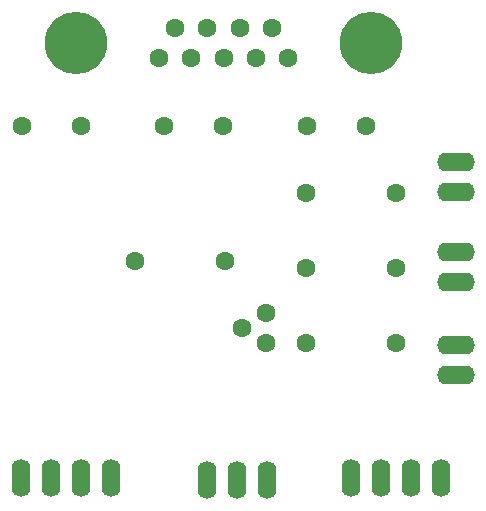
<source format=gbr>
%TF.GenerationSoftware,KiCad,Pcbnew,(6.0.6)*%
%TF.CreationDate,2022-08-24T11:44:13-03:00*%
%TF.ProjectId,hub_interior,6875625f-696e-4746-9572-696f722e6b69,rev?*%
%TF.SameCoordinates,Original*%
%TF.FileFunction,Soldermask,Top*%
%TF.FilePolarity,Negative*%
%FSLAX46Y46*%
G04 Gerber Fmt 4.6, Leading zero omitted, Abs format (unit mm)*
G04 Created by KiCad (PCBNEW (6.0.6)) date 2022-08-24 11:44:13*
%MOMM*%
%LPD*%
G01*
G04 APERTURE LIST*
%ADD10O,3.200000X1.600000*%
%ADD11O,1.600000X3.200000*%
%ADD12C,1.600000*%
%ADD13C,5.283200*%
G04 APERTURE END LIST*
D10*
%TO.C,LR*%
X44450000Y24892000D03*
X44450000Y27432000D03*
%TD*%
D11*
%TO.C,VOLTAGE*%
X7620000Y8275000D03*
X10160000Y8275000D03*
X12700000Y8275000D03*
X15240000Y8275000D03*
%TD*%
%TO.C,TEMP*%
X28448000Y8128000D03*
X25908000Y8128000D03*
X23368000Y8128000D03*
%TD*%
D12*
%TO.C,R4*%
X31750000Y32385000D03*
X39370000Y32385000D03*
%TD*%
D10*
%TO.C,LV*%
X44450000Y32512000D03*
X44450000Y35052000D03*
%TD*%
D12*
%TO.C,C1*%
X19685000Y38100000D03*
X24685000Y38100000D03*
%TD*%
%TO.C,C4*%
X7660000Y38100000D03*
X12660000Y38100000D03*
%TD*%
%TO.C,R3*%
X31750000Y26035000D03*
X39370000Y26035000D03*
%TD*%
D10*
%TO.C,B*%
X44450000Y17018000D03*
X44450000Y19558000D03*
%TD*%
D12*
%TO.C,R2*%
X31750000Y19685000D03*
X39370000Y19685000D03*
%TD*%
%TO.C,R1*%
X24892000Y26670000D03*
X17272000Y26670000D03*
%TD*%
D11*
%TO.C,RELE*%
X35560000Y8255000D03*
X38100000Y8255000D03*
X40640000Y8255000D03*
X43180000Y8255000D03*
%TD*%
D12*
%TO.C,Q1*%
X28322500Y22225000D03*
X26322500Y20955000D03*
X28322500Y19685000D03*
%TD*%
%TO.C,X1*%
X19278600Y43815000D03*
X22021800Y43815000D03*
X24765000Y43815000D03*
X27508200Y43815000D03*
X30251400Y43815000D03*
X20650200Y46355000D03*
X23393400Y46355000D03*
X26136600Y46355000D03*
X28879800Y46355000D03*
D13*
X12242800Y45085000D03*
X37287200Y45085000D03*
%TD*%
D12*
%TO.C,C2*%
X31790000Y38100000D03*
X36790000Y38100000D03*
%TD*%
M02*

</source>
